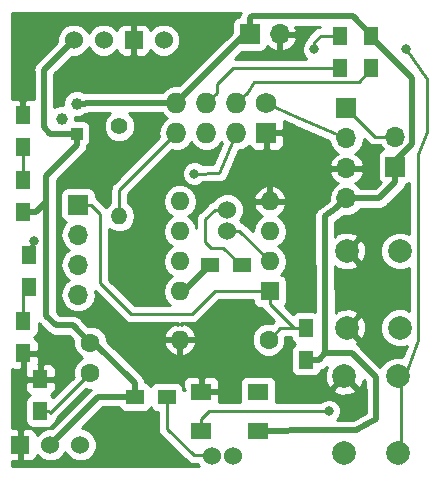
<source format=gbr>
G04 #@! TF.GenerationSoftware,KiCad,Pcbnew,5.0.0-fee4fd1~66~ubuntu16.04.1*
G04 #@! TF.CreationDate,2018-08-17T12:37:55+02:00*
G04 #@! TF.ProjectId,Garden_Guardian,47617264656E5F477561726469616E2E,rev?*
G04 #@! TF.SameCoordinates,Original*
G04 #@! TF.FileFunction,Copper,L1,Top,Signal*
G04 #@! TF.FilePolarity,Positive*
%FSLAX46Y46*%
G04 Gerber Fmt 4.6, Leading zero omitted, Abs format (unit mm)*
G04 Created by KiCad (PCBNEW 5.0.0-fee4fd1~66~ubuntu16.04.1) date Fri Aug 17 12:37:55 2018*
%MOMM*%
%LPD*%
G01*
G04 APERTURE LIST*
G04 #@! TA.AperFunction,ComponentPad*
%ADD10C,1.524000*%
G04 #@! TD*
G04 #@! TA.AperFunction,ComponentPad*
%ADD11R,1.524000X1.524000*%
G04 #@! TD*
G04 #@! TA.AperFunction,ComponentPad*
%ADD12O,1.600000X1.600000*%
G04 #@! TD*
G04 #@! TA.AperFunction,ComponentPad*
%ADD13C,1.600000*%
G04 #@! TD*
G04 #@! TA.AperFunction,ComponentPad*
%ADD14O,1.700000X1.700000*%
G04 #@! TD*
G04 #@! TA.AperFunction,ComponentPad*
%ADD15R,1.700000X1.700000*%
G04 #@! TD*
G04 #@! TA.AperFunction,ComponentPad*
%ADD16R,1.000000X1.000000*%
G04 #@! TD*
G04 #@! TA.AperFunction,ComponentPad*
%ADD17C,1.000000*%
G04 #@! TD*
G04 #@! TA.AperFunction,ComponentPad*
%ADD18C,2.000000*%
G04 #@! TD*
G04 #@! TA.AperFunction,ComponentPad*
%ADD19C,1.727200*%
G04 #@! TD*
G04 #@! TA.AperFunction,ComponentPad*
%ADD20R,1.727200X1.727200*%
G04 #@! TD*
G04 #@! TA.AperFunction,ComponentPad*
%ADD21O,1.727200X1.727200*%
G04 #@! TD*
G04 #@! TA.AperFunction,ComponentPad*
%ADD22R,1.600000X1.600000*%
G04 #@! TD*
G04 #@! TA.AperFunction,SMDPad,CuDef*
%ADD23R,1.800000X1.400000*%
G04 #@! TD*
G04 #@! TA.AperFunction,ComponentPad*
%ADD24C,1.400000*%
G04 #@! TD*
G04 #@! TA.AperFunction,ComponentPad*
%ADD25O,1.400000X1.400000*%
G04 #@! TD*
G04 #@! TA.AperFunction,SMDPad,CuDef*
%ADD26R,1.300000X1.500000*%
G04 #@! TD*
G04 #@! TA.AperFunction,SMDPad,CuDef*
%ADD27R,1.500000X1.300000*%
G04 #@! TD*
G04 #@! TA.AperFunction,ViaPad*
%ADD28C,0.800000*%
G04 #@! TD*
G04 #@! TA.AperFunction,Conductor*
%ADD29C,0.250000*%
G04 #@! TD*
G04 #@! TA.AperFunction,Conductor*
%ADD30C,0.500000*%
G04 #@! TD*
G04 #@! TA.AperFunction,Conductor*
%ADD31C,0.254000*%
G04 #@! TD*
G04 APERTURE END LIST*
D10*
G04 #@! TO.P,U103,1*
G04 #@! TO.N,/PWR_ON*
X150320000Y-75696000D03*
G04 #@! TO.P,U103,2*
G04 #@! TO.N,/SDA*
X152860000Y-75696000D03*
D11*
G04 #@! TO.P,U103,3*
G04 #@! TO.N,GND*
X155400000Y-75696000D03*
D10*
G04 #@! TO.P,U103,4*
G04 #@! TO.N,/SCL*
X157940000Y-75696000D03*
G04 #@! TD*
G04 #@! TO.P,U104,1*
G04 #@! TO.N,/RADIO*
X150882000Y-109975000D03*
G04 #@! TO.P,U104,2*
G04 #@! TO.N,/PWR_ON*
X148342000Y-109975000D03*
D11*
G04 #@! TO.P,U104,3*
G04 #@! TO.N,GND*
X145802000Y-109975000D03*
G04 #@! TD*
D12*
G04 #@! TO.P,C101,2*
G04 #@! TO.N,GND*
X159310000Y-101070000D03*
D13*
G04 #@! TO.P,C101,1*
G04 #@! TO.N,/RST*
X166810000Y-101070000D03*
G04 #@! TD*
D14*
G04 #@! TO.P,J101,2*
G04 #@! TO.N,GND*
X167750000Y-75210000D03*
D15*
G04 #@! TO.P,J101,1*
G04 #@! TO.N,VCC*
X165210000Y-75210000D03*
G04 #@! TD*
G04 #@! TO.P,J102,1*
G04 #@! TO.N,/ACTIVADOR*
X173410000Y-81480000D03*
D14*
G04 #@! TO.P,J102,2*
G04 #@! TO.N,/STATUS_LED*
X173410000Y-84020000D03*
G04 #@! TO.P,J102,3*
G04 #@! TO.N,GND*
X173410000Y-86560000D03*
G04 #@! TO.P,J102,4*
G04 #@! TO.N,VCC*
X173410000Y-89100000D03*
G04 #@! TD*
G04 #@! TO.P,J103,4*
G04 #@! TO.N,/SCL*
X150680000Y-97250000D03*
G04 #@! TO.P,J103,3*
G04 #@! TO.N,/RADIO*
X150680000Y-94710000D03*
G04 #@! TO.P,J103,2*
G04 #@! TO.N,/SDA*
X150680000Y-92170000D03*
D15*
G04 #@! TO.P,J103,1*
G04 #@! TO.N,/RST*
X150680000Y-89630000D03*
G04 #@! TD*
D14*
G04 #@! TO.P,JP101,2*
G04 #@! TO.N,/ACTIVADOR*
X177540000Y-83860000D03*
D15*
G04 #@! TO.P,JP101,1*
G04 #@! TO.N,VCC*
X177540000Y-86400000D03*
G04 #@! TD*
D16*
G04 #@! TO.P,Q101,1*
G04 #@! TO.N,/PWR_ON*
X150580000Y-83610000D03*
D17*
G04 #@! TO.P,Q101,3*
G04 #@! TO.N,VCC*
X150580000Y-81070000D03*
G04 #@! TO.P,Q101,2*
G04 #@! TO.N,Net-(Q101-Pad2)*
X149310000Y-82340000D03*
G04 #@! TD*
D18*
G04 #@! TO.P,SW101,1*
G04 #@! TO.N,GND*
X173230000Y-104160000D03*
G04 #@! TO.P,SW101,2*
G04 #@! TO.N,Net-(R101-Pad2)*
X177730000Y-104160000D03*
G04 #@! TO.P,SW101,1*
G04 #@! TO.N,GND*
X173230000Y-110660000D03*
G04 #@! TO.P,SW101,2*
G04 #@! TO.N,Net-(R101-Pad2)*
X177730000Y-110660000D03*
G04 #@! TD*
G04 #@! TO.P,SW102,2*
G04 #@! TO.N,/SCL*
X177920000Y-100050000D03*
G04 #@! TO.P,SW102,1*
G04 #@! TO.N,GND*
X173420000Y-100050000D03*
G04 #@! TO.P,SW102,2*
G04 #@! TO.N,/SCL*
X177920000Y-93550000D03*
G04 #@! TO.P,SW102,1*
G04 #@! TO.N,GND*
X173420000Y-93550000D03*
G04 #@! TD*
D19*
G04 #@! TO.P,U101,5*
G04 #@! TO.N,/STATUS_LED*
X166630000Y-81010000D03*
D20*
G04 #@! TO.P,U101,1*
G04 #@! TO.N,GND*
X166630000Y-83550000D03*
D21*
G04 #@! TO.P,U101,6*
G04 #@! TO.N,Net-(R104-Pad1)*
X164090000Y-81010000D03*
G04 #@! TO.P,U101,2*
G04 #@! TO.N,/SDA*
X164090000Y-83550000D03*
G04 #@! TO.P,U101,7*
G04 #@! TO.N,Net-(R101-Pad1)*
X161550000Y-81010000D03*
G04 #@! TO.P,U101,3*
G04 #@! TO.N,/SCL*
X161550000Y-83550000D03*
G04 #@! TO.P,U101,8*
G04 #@! TO.N,VCC*
X159010000Y-81010000D03*
G04 #@! TO.P,U101,4*
G04 #@! TO.N,/ACTIVADOR*
X159010000Y-83550000D03*
G04 #@! TD*
D12*
G04 #@! TO.P,U102,8*
G04 #@! TO.N,/PWR_ON*
X159300000Y-96970000D03*
G04 #@! TO.P,U102,4*
G04 #@! TO.N,GND*
X166920000Y-89350000D03*
G04 #@! TO.P,U102,7*
G04 #@! TO.N,/SCL*
X159300000Y-94430000D03*
G04 #@! TO.P,U102,3*
G04 #@! TO.N,/LDR*
X166920000Y-91890000D03*
G04 #@! TO.P,U102,6*
G04 #@! TO.N,/RADIO*
X159300000Y-91890000D03*
G04 #@! TO.P,U102,2*
G04 #@! TO.N,/HUMEDAD*
X166920000Y-94430000D03*
G04 #@! TO.P,U102,5*
G04 #@! TO.N,/SDA*
X159300000Y-89350000D03*
D22*
G04 #@! TO.P,U102,1*
G04 #@! TO.N,/RST*
X166920000Y-96970000D03*
G04 #@! TD*
D23*
G04 #@! TO.P,U105,1*
G04 #@! TO.N,VCC*
X165920000Y-108760000D03*
G04 #@! TO.P,U105,2*
G04 #@! TO.N,N/C*
X165920000Y-105460000D03*
G04 #@! TO.P,U105,3*
G04 #@! TO.N,GND*
X161120000Y-105460000D03*
G04 #@! TO.P,U105,4*
G04 #@! TO.N,/STATUS_LED*
X161120000Y-108760000D03*
G04 #@! TD*
D24*
G04 #@! TO.P,R109,1*
G04 #@! TO.N,Net-(Q101-Pad2)*
X154180000Y-83000000D03*
D25*
G04 #@! TO.P,R109,2*
G04 #@! TO.N,/ACTIVADOR*
X154180000Y-90620000D03*
G04 #@! TD*
D26*
G04 #@! TO.P,D101,2*
G04 #@! TO.N,Net-(D101-Pad2)*
X146050000Y-99510000D03*
G04 #@! TO.P,D101,1*
G04 #@! TO.N,GND*
X146050000Y-102210000D03*
G04 #@! TD*
G04 #@! TO.P,D102,1*
G04 #@! TO.N,Net-(D102-Pad1)*
X146010000Y-87520000D03*
G04 #@! TO.P,D102,2*
G04 #@! TO.N,/PWR_ON*
X146010000Y-90220000D03*
G04 #@! TD*
G04 #@! TO.P,R101,2*
G04 #@! TO.N,Net-(R101-Pad2)*
X172880000Y-75330000D03*
G04 #@! TO.P,R101,1*
G04 #@! TO.N,Net-(R101-Pad1)*
X172880000Y-78030000D03*
G04 #@! TD*
D13*
G04 #@! TO.P,R102,2*
G04 #@! TO.N,/LDR*
X151730000Y-103850000D03*
G04 #@! TO.P,R102,1*
G04 #@! TO.N,/PWR_ON*
X151730000Y-101310000D03*
G04 #@! TD*
D26*
G04 #@! TO.P,R103,2*
G04 #@! TO.N,/LDR*
X147490000Y-107110000D03*
G04 #@! TO.P,R103,1*
G04 #@! TO.N,GND*
X147490000Y-104410000D03*
G04 #@! TD*
G04 #@! TO.P,R104,1*
G04 #@! TO.N,Net-(R104-Pad1)*
X175510000Y-78070000D03*
G04 #@! TO.P,R104,2*
G04 #@! TO.N,VCC*
X175510000Y-75370000D03*
G04 #@! TD*
G04 #@! TO.P,R105,1*
G04 #@! TO.N,Net-(D101-Pad2)*
X146570000Y-96620000D03*
G04 #@! TO.P,R105,2*
G04 #@! TO.N,/ACTIVADOR*
X146570000Y-93920000D03*
G04 #@! TD*
G04 #@! TO.P,R106,2*
G04 #@! TO.N,GND*
X145990000Y-82050000D03*
G04 #@! TO.P,R106,1*
G04 #@! TO.N,Net-(D102-Pad1)*
X145990000Y-84750000D03*
G04 #@! TD*
G04 #@! TO.P,R107,2*
G04 #@! TO.N,/RST*
X169970000Y-100070000D03*
G04 #@! TO.P,R107,1*
G04 #@! TO.N,VCC*
X169970000Y-102770000D03*
G04 #@! TD*
D27*
G04 #@! TO.P,R108,1*
G04 #@! TO.N,Net-(R108-Pad1)*
X158190000Y-105910000D03*
G04 #@! TO.P,R108,2*
G04 #@! TO.N,/PWR_ON*
X155490000Y-105910000D03*
G04 #@! TD*
D10*
G04 #@! TO.P,U106,1*
G04 #@! TO.N,/HUMEDAD*
X163799000Y-110908000D03*
G04 #@! TO.P,U106,2*
G04 #@! TO.N,Net-(R108-Pad1)*
X162021000Y-110908000D03*
G04 #@! TD*
D27*
G04 #@! TO.P,R110,2*
G04 #@! TO.N,/PWR_ON*
X161870000Y-94770000D03*
G04 #@! TO.P,R110,1*
G04 #@! TO.N,Net-(R110-Pad1)*
X164570000Y-94770000D03*
G04 #@! TD*
D10*
G04 #@! TO.P,U107,1*
G04 #@! TO.N,/HUMEDAD*
X163322000Y-91819000D03*
G04 #@! TO.P,U107,2*
G04 #@! TO.N,Net-(R110-Pad1)*
X163322000Y-90041000D03*
G04 #@! TD*
D28*
G04 #@! TO.N,/ACTIVADOR*
X146940000Y-92710000D03*
G04 #@! TO.N,/STATUS_LED*
X171930000Y-107090000D03*
G04 #@! TO.N,/SDA*
X160530000Y-87000000D03*
G04 #@! TO.N,Net-(R101-Pad2)*
X170670000Y-76460000D03*
X178460000Y-76480000D03*
G04 #@! TD*
D29*
G04 #@! TO.N,/RST*
X167810000Y-100070000D02*
X169970000Y-100070000D01*
X166810000Y-101070000D02*
X167810000Y-100070000D01*
X168970000Y-100070000D02*
X169070000Y-100070000D01*
X169070000Y-100070000D02*
X169970000Y-100070000D01*
X166920000Y-98020000D02*
X168970000Y-100070000D01*
X166920000Y-96970000D02*
X166920000Y-98020000D01*
X166920000Y-96970000D02*
X162260000Y-96970000D01*
X162260000Y-96970000D02*
X160320000Y-98910000D01*
X160320000Y-98910000D02*
X155190000Y-98910000D01*
X155190000Y-98910000D02*
X152570000Y-96290000D01*
X151780000Y-89630000D02*
X150680000Y-89630000D01*
X152570000Y-90420000D02*
X151780000Y-89630000D01*
X152570000Y-96290000D02*
X152570000Y-90420000D01*
G04 #@! TO.N,Net-(D101-Pad2)*
X146050000Y-96540000D02*
X146030000Y-96520000D01*
X146050000Y-99510000D02*
X146050000Y-96540000D01*
D30*
G04 #@! TO.N,/PWR_ON*
X150580000Y-84610000D02*
X148010000Y-87180000D01*
X150580000Y-83610000D02*
X150580000Y-84610000D01*
X148010000Y-99080000D02*
X148780000Y-99850000D01*
X148010000Y-89370000D02*
X148010000Y-89260000D01*
X147160000Y-90220000D02*
X148010000Y-89370000D01*
X148010000Y-87180000D02*
X148010000Y-89260000D01*
X146010000Y-90220000D02*
X147160000Y-90220000D01*
X148010000Y-89260000D02*
X148010000Y-99080000D01*
X150580000Y-83610000D02*
X148320000Y-83610000D01*
X148320000Y-83610000D02*
X147800000Y-83090000D01*
X147800000Y-78216000D02*
X150320000Y-75696000D01*
X147800000Y-83090000D02*
X147800000Y-78216000D01*
D29*
X159080000Y-97250000D02*
X159140000Y-97310000D01*
D30*
X150270000Y-99850000D02*
X151730000Y-101310000D01*
X148780000Y-99850000D02*
X150270000Y-99850000D01*
X152040000Y-101310000D02*
X151730000Y-101310000D01*
X155490000Y-104760000D02*
X152040000Y-101310000D01*
X155490000Y-105910000D02*
X155490000Y-104760000D01*
X152407000Y-105910000D02*
X155490000Y-105910000D01*
X148342000Y-109975000D02*
X152407000Y-105910000D01*
X159670000Y-96970000D02*
X161870000Y-94770000D01*
X159300000Y-96970000D02*
X159670000Y-96970000D01*
G04 #@! TO.N,VCC*
X176190000Y-89100000D02*
X177540000Y-87750000D01*
X173410000Y-89100000D02*
X176190000Y-89100000D01*
X164810000Y-75210000D02*
X165210000Y-75210000D01*
X159010000Y-81010000D02*
X164810000Y-75210000D01*
X155634000Y-81010000D02*
X159010000Y-81010000D01*
X151287106Y-81070000D02*
X151347106Y-81010000D01*
X151347106Y-81010000D02*
X155634000Y-81010000D01*
X150580000Y-81070000D02*
X151287106Y-81070000D01*
X175470000Y-75330000D02*
X175510000Y-75370000D01*
X165210000Y-75210000D02*
X165210000Y-74990000D01*
X177540000Y-86400000D02*
X177540000Y-87750000D01*
X172560001Y-89949999D02*
X173410000Y-89100000D01*
X169970000Y-102770000D02*
X171120000Y-102770000D01*
X171120000Y-102770000D02*
X171620000Y-102230000D01*
X171620000Y-102230000D02*
X171580000Y-90620000D01*
X171580000Y-90620000D02*
X172560001Y-89949999D01*
X175510000Y-75270000D02*
X173920000Y-73680000D01*
X175510000Y-75370000D02*
X175510000Y-75270000D01*
X165210000Y-73860000D02*
X165210000Y-75210000D01*
X165390000Y-73680000D02*
X165210000Y-73860000D01*
X173920000Y-73680000D02*
X165390000Y-73680000D01*
X177540000Y-86400000D02*
X177540000Y-85955373D01*
X177540000Y-85955373D02*
X178965403Y-84529970D01*
X175510000Y-75470000D02*
X175510000Y-75370000D01*
X178965403Y-78925403D02*
X175510000Y-75470000D01*
X178965403Y-84529970D02*
X178965403Y-78925403D01*
X173890000Y-102230000D02*
X171620000Y-102230000D01*
X175880000Y-104220000D02*
X173890000Y-102230000D01*
X175880000Y-105085998D02*
X175880000Y-104220000D01*
X175910000Y-105115998D02*
X175880000Y-105085998D01*
X165920000Y-108760000D02*
X166120000Y-108760000D01*
X166120000Y-108760000D02*
X170880000Y-108750000D01*
X170880000Y-108750000D02*
X174190000Y-108750000D01*
X175930000Y-107780000D02*
X175910000Y-105115998D01*
X174190000Y-108750000D02*
X175930000Y-107780000D01*
D29*
G04 #@! TO.N,/ACTIVADOR*
X175790000Y-83860000D02*
X173410000Y-81480000D01*
X177540000Y-83860000D02*
X175790000Y-83860000D01*
X154180000Y-88380000D02*
X159010000Y-83550000D01*
X154180000Y-90620000D02*
X154180000Y-88380000D01*
X146620000Y-93230000D02*
X146180000Y-93450000D01*
X146180000Y-93450000D02*
X146030000Y-93820000D01*
X146940000Y-92710000D02*
X146620000Y-93230000D01*
G04 #@! TO.N,/STATUS_LED*
X169240000Y-82240000D02*
X173410000Y-84020000D01*
X166630000Y-81010000D02*
X169240000Y-82240000D01*
X161120000Y-107810000D02*
X161120000Y-108760000D01*
X170660000Y-107130000D02*
X161800000Y-107130000D01*
X161800000Y-107130000D02*
X161120000Y-107810000D01*
X171930000Y-107090000D02*
X170660000Y-107130000D01*
G04 #@! TO.N,/RADIO*
X150740000Y-94770000D02*
X150680000Y-94710000D01*
X159080000Y-92170000D02*
X159140000Y-92230000D01*
G04 #@! TO.N,/SDA*
X162630000Y-86970000D02*
X164090000Y-83550000D01*
X160530000Y-87000000D02*
X162630000Y-86970000D01*
G04 #@! TO.N,Net-(R101-Pad1)*
X162413599Y-80146401D02*
X162413599Y-79416401D01*
X161550000Y-81010000D02*
X162413599Y-80146401D01*
X163800000Y-78030000D02*
X172880000Y-78030000D01*
X162413599Y-79416401D02*
X163800000Y-78030000D01*
G04 #@! TO.N,/LDR*
X148330000Y-107250000D02*
X151730000Y-103850000D01*
X148190000Y-107110000D02*
X148330000Y-107250000D01*
X147490000Y-107110000D02*
X148190000Y-107110000D01*
G04 #@! TO.N,Net-(R104-Pad1)*
X175510000Y-78170000D02*
X175510000Y-78070000D01*
X164090000Y-81010000D02*
X164953599Y-80146401D01*
X164953599Y-80146401D02*
X165570000Y-79230000D01*
X165570000Y-79230000D02*
X174443599Y-79236401D01*
X174443599Y-79236401D02*
X175510000Y-78170000D01*
G04 #@! TO.N,Net-(R108-Pad1)*
X160530000Y-110840000D02*
X162120000Y-110860000D01*
X158190000Y-108587000D02*
X160530000Y-110840000D01*
X158190000Y-105910000D02*
X158190000Y-108587000D01*
G04 #@! TO.N,/HUMEDAD*
X164309000Y-91819000D02*
X163322000Y-91819000D01*
X166920000Y-94430000D02*
X164309000Y-91819000D01*
G04 #@! TO.N,Net-(D102-Pad1)*
X146010000Y-84770000D02*
X145990000Y-84750000D01*
X146010000Y-87520000D02*
X146010000Y-84770000D01*
G04 #@! TO.N,Net-(R101-Pad2)*
X178040000Y-111540000D02*
X178040000Y-105040000D01*
X171980000Y-75330000D02*
X172880000Y-75330000D01*
X171234315Y-75330000D02*
X171980000Y-75330000D01*
X170670000Y-75894315D02*
X171234315Y-75330000D01*
X170670000Y-76460000D02*
X170670000Y-75894315D01*
X179490000Y-101130000D02*
X178040000Y-105040000D01*
X178460000Y-76480000D02*
X180200000Y-78970000D01*
X180200000Y-78970000D02*
X180200000Y-83490000D01*
X180200000Y-83490000D02*
X179490000Y-85320000D01*
X179490000Y-85320000D02*
X179490000Y-101130000D01*
G04 #@! TO.N,Net-(R110-Pad1)*
X162244370Y-90041000D02*
X161460000Y-90825370D01*
X163322000Y-90041000D02*
X162244370Y-90041000D01*
X161460000Y-90825370D02*
X161460000Y-92780000D01*
X161460000Y-92780000D02*
X161950000Y-93270000D01*
X162970000Y-93270000D02*
X164470000Y-94770000D01*
X164470000Y-94770000D02*
X164570000Y-94770000D01*
X161950000Y-93270000D02*
X162970000Y-93270000D01*
G04 #@! TD*
D31*
G04 #@! TO.N,GND*
G36*
X147371952Y-99718049D02*
X147445845Y-99767423D01*
X148092577Y-100414156D01*
X148141951Y-100488049D01*
X148215844Y-100537423D01*
X148215845Y-100537424D01*
X148287838Y-100585528D01*
X148434690Y-100683652D01*
X148692835Y-100735000D01*
X148692839Y-100735000D01*
X148779999Y-100752337D01*
X148867159Y-100735000D01*
X149903422Y-100735000D01*
X150295000Y-101126578D01*
X150295000Y-101595439D01*
X150513466Y-102122862D01*
X150917138Y-102526534D01*
X151046216Y-102580000D01*
X150917138Y-102633466D01*
X150513466Y-103037138D01*
X150295000Y-103564561D01*
X150295000Y-104135439D01*
X150316896Y-104188302D01*
X148599891Y-105905307D01*
X148597809Y-105902191D01*
X148387765Y-105761843D01*
X148359791Y-105756279D01*
X148499699Y-105698327D01*
X148678327Y-105519698D01*
X148775000Y-105286309D01*
X148775000Y-104695750D01*
X148616250Y-104537000D01*
X147617000Y-104537000D01*
X147617000Y-104557000D01*
X147363000Y-104557000D01*
X147363000Y-104537000D01*
X146363750Y-104537000D01*
X146205000Y-104695750D01*
X146205000Y-105286309D01*
X146301673Y-105519698D01*
X146480301Y-105698327D01*
X146620209Y-105756279D01*
X146592235Y-105761843D01*
X146382191Y-105902191D01*
X146241843Y-106112235D01*
X146192560Y-106360000D01*
X146192560Y-107860000D01*
X146241843Y-108107765D01*
X146382191Y-108317809D01*
X146592235Y-108458157D01*
X146840000Y-108507440D01*
X148140000Y-108507440D01*
X148387765Y-108458157D01*
X148597809Y-108317809D01*
X148738157Y-108107765D01*
X148787440Y-107860000D01*
X148787440Y-107858392D01*
X148877929Y-107797929D01*
X148920330Y-107734471D01*
X151391698Y-105263104D01*
X151444561Y-105285000D01*
X151760232Y-105285000D01*
X151719577Y-105345844D01*
X148487422Y-108578000D01*
X148064119Y-108578000D01*
X147550663Y-108790680D01*
X147199000Y-109142343D01*
X147199000Y-109086690D01*
X147102327Y-108853301D01*
X146923698Y-108674673D01*
X146690309Y-108578000D01*
X146087750Y-108578000D01*
X145929000Y-108736750D01*
X145929000Y-109848000D01*
X145949000Y-109848000D01*
X145949000Y-110102000D01*
X145929000Y-110102000D01*
X145929000Y-111213250D01*
X146087750Y-111372000D01*
X146690309Y-111372000D01*
X146923698Y-111275327D01*
X147102327Y-111096699D01*
X147199000Y-110863310D01*
X147199000Y-110807657D01*
X147550663Y-111159320D01*
X148064119Y-111372000D01*
X148619881Y-111372000D01*
X149133337Y-111159320D01*
X149526320Y-110766337D01*
X149612000Y-110559487D01*
X149697680Y-110766337D01*
X150090663Y-111159320D01*
X150604119Y-111372000D01*
X151159881Y-111372000D01*
X151673337Y-111159320D01*
X152066320Y-110766337D01*
X152279000Y-110252881D01*
X152279000Y-109697119D01*
X152066320Y-109183663D01*
X151673337Y-108790680D01*
X151159881Y-108578000D01*
X150990578Y-108578000D01*
X152773579Y-106795000D01*
X154139304Y-106795000D01*
X154141843Y-106807765D01*
X154282191Y-107017809D01*
X154492235Y-107158157D01*
X154740000Y-107207440D01*
X156240000Y-107207440D01*
X156487765Y-107158157D01*
X156697809Y-107017809D01*
X156838157Y-106807765D01*
X156840000Y-106798500D01*
X156841843Y-106807765D01*
X156982191Y-107017809D01*
X157192235Y-107158157D01*
X157430000Y-107205451D01*
X157430001Y-108519408D01*
X157415251Y-108601675D01*
X157446010Y-108742334D01*
X157474097Y-108883537D01*
X157478245Y-108889746D01*
X157479841Y-108897042D01*
X157562092Y-109015230D01*
X157642072Y-109134929D01*
X157711565Y-109181363D01*
X159940226Y-111327164D01*
X159975223Y-111380994D01*
X160048095Y-111431022D01*
X160056794Y-111439398D01*
X160109735Y-111473340D01*
X160224483Y-111552117D01*
X160236624Y-111554691D01*
X160247074Y-111561391D01*
X160384079Y-111585955D01*
X160445595Y-111598998D01*
X160457672Y-111599150D01*
X160544675Y-111614749D01*
X160607396Y-111601033D01*
X160796949Y-111603418D01*
X160836680Y-111699337D01*
X160897855Y-111760512D01*
X145114482Y-111764814D01*
X145114185Y-111372000D01*
X145516250Y-111372000D01*
X145675000Y-111213250D01*
X145675000Y-110102000D01*
X145655000Y-110102000D01*
X145655000Y-109848000D01*
X145675000Y-109848000D01*
X145675000Y-108736750D01*
X145516250Y-108578000D01*
X145112075Y-108578000D01*
X145108260Y-103526476D01*
X145273690Y-103595000D01*
X145764250Y-103595000D01*
X145923000Y-103436250D01*
X145923000Y-102337000D01*
X146177000Y-102337000D01*
X146177000Y-103436250D01*
X146225339Y-103484589D01*
X146205000Y-103533691D01*
X146205000Y-104124250D01*
X146363750Y-104283000D01*
X147363000Y-104283000D01*
X147363000Y-103183750D01*
X147617000Y-103183750D01*
X147617000Y-104283000D01*
X148616250Y-104283000D01*
X148775000Y-104124250D01*
X148775000Y-103533691D01*
X148678327Y-103300302D01*
X148499699Y-103121673D01*
X148266310Y-103025000D01*
X147775750Y-103025000D01*
X147617000Y-103183750D01*
X147363000Y-103183750D01*
X147314661Y-103135411D01*
X147335000Y-103086309D01*
X147335000Y-102495750D01*
X147176250Y-102337000D01*
X146177000Y-102337000D01*
X145923000Y-102337000D01*
X145903000Y-102337000D01*
X145903000Y-102083000D01*
X145923000Y-102083000D01*
X145923000Y-102063000D01*
X146177000Y-102063000D01*
X146177000Y-102083000D01*
X147176250Y-102083000D01*
X147335000Y-101924250D01*
X147335000Y-101333691D01*
X147238327Y-101100302D01*
X147059699Y-100921673D01*
X146919791Y-100863721D01*
X146947765Y-100858157D01*
X147157809Y-100717809D01*
X147298157Y-100507765D01*
X147347440Y-100260000D01*
X147347440Y-99681364D01*
X147371952Y-99718049D01*
X147371952Y-99718049D01*
G37*
X147371952Y-99718049D02*
X147445845Y-99767423D01*
X148092577Y-100414156D01*
X148141951Y-100488049D01*
X148215844Y-100537423D01*
X148215845Y-100537424D01*
X148287838Y-100585528D01*
X148434690Y-100683652D01*
X148692835Y-100735000D01*
X148692839Y-100735000D01*
X148779999Y-100752337D01*
X148867159Y-100735000D01*
X149903422Y-100735000D01*
X150295000Y-101126578D01*
X150295000Y-101595439D01*
X150513466Y-102122862D01*
X150917138Y-102526534D01*
X151046216Y-102580000D01*
X150917138Y-102633466D01*
X150513466Y-103037138D01*
X150295000Y-103564561D01*
X150295000Y-104135439D01*
X150316896Y-104188302D01*
X148599891Y-105905307D01*
X148597809Y-105902191D01*
X148387765Y-105761843D01*
X148359791Y-105756279D01*
X148499699Y-105698327D01*
X148678327Y-105519698D01*
X148775000Y-105286309D01*
X148775000Y-104695750D01*
X148616250Y-104537000D01*
X147617000Y-104537000D01*
X147617000Y-104557000D01*
X147363000Y-104557000D01*
X147363000Y-104537000D01*
X146363750Y-104537000D01*
X146205000Y-104695750D01*
X146205000Y-105286309D01*
X146301673Y-105519698D01*
X146480301Y-105698327D01*
X146620209Y-105756279D01*
X146592235Y-105761843D01*
X146382191Y-105902191D01*
X146241843Y-106112235D01*
X146192560Y-106360000D01*
X146192560Y-107860000D01*
X146241843Y-108107765D01*
X146382191Y-108317809D01*
X146592235Y-108458157D01*
X146840000Y-108507440D01*
X148140000Y-108507440D01*
X148387765Y-108458157D01*
X148597809Y-108317809D01*
X148738157Y-108107765D01*
X148787440Y-107860000D01*
X148787440Y-107858392D01*
X148877929Y-107797929D01*
X148920330Y-107734471D01*
X151391698Y-105263104D01*
X151444561Y-105285000D01*
X151760232Y-105285000D01*
X151719577Y-105345844D01*
X148487422Y-108578000D01*
X148064119Y-108578000D01*
X147550663Y-108790680D01*
X147199000Y-109142343D01*
X147199000Y-109086690D01*
X147102327Y-108853301D01*
X146923698Y-108674673D01*
X146690309Y-108578000D01*
X146087750Y-108578000D01*
X145929000Y-108736750D01*
X145929000Y-109848000D01*
X145949000Y-109848000D01*
X145949000Y-110102000D01*
X145929000Y-110102000D01*
X145929000Y-111213250D01*
X146087750Y-111372000D01*
X146690309Y-111372000D01*
X146923698Y-111275327D01*
X147102327Y-111096699D01*
X147199000Y-110863310D01*
X147199000Y-110807657D01*
X147550663Y-111159320D01*
X148064119Y-111372000D01*
X148619881Y-111372000D01*
X149133337Y-111159320D01*
X149526320Y-110766337D01*
X149612000Y-110559487D01*
X149697680Y-110766337D01*
X150090663Y-111159320D01*
X150604119Y-111372000D01*
X151159881Y-111372000D01*
X151673337Y-111159320D01*
X152066320Y-110766337D01*
X152279000Y-110252881D01*
X152279000Y-109697119D01*
X152066320Y-109183663D01*
X151673337Y-108790680D01*
X151159881Y-108578000D01*
X150990578Y-108578000D01*
X152773579Y-106795000D01*
X154139304Y-106795000D01*
X154141843Y-106807765D01*
X154282191Y-107017809D01*
X154492235Y-107158157D01*
X154740000Y-107207440D01*
X156240000Y-107207440D01*
X156487765Y-107158157D01*
X156697809Y-107017809D01*
X156838157Y-106807765D01*
X156840000Y-106798500D01*
X156841843Y-106807765D01*
X156982191Y-107017809D01*
X157192235Y-107158157D01*
X157430000Y-107205451D01*
X157430001Y-108519408D01*
X157415251Y-108601675D01*
X157446010Y-108742334D01*
X157474097Y-108883537D01*
X157478245Y-108889746D01*
X157479841Y-108897042D01*
X157562092Y-109015230D01*
X157642072Y-109134929D01*
X157711565Y-109181363D01*
X159940226Y-111327164D01*
X159975223Y-111380994D01*
X160048095Y-111431022D01*
X160056794Y-111439398D01*
X160109735Y-111473340D01*
X160224483Y-111552117D01*
X160236624Y-111554691D01*
X160247074Y-111561391D01*
X160384079Y-111585955D01*
X160445595Y-111598998D01*
X160457672Y-111599150D01*
X160544675Y-111614749D01*
X160607396Y-111601033D01*
X160796949Y-111603418D01*
X160836680Y-111699337D01*
X160897855Y-111760512D01*
X145114482Y-111764814D01*
X145114185Y-111372000D01*
X145516250Y-111372000D01*
X145675000Y-111213250D01*
X145675000Y-110102000D01*
X145655000Y-110102000D01*
X145655000Y-109848000D01*
X145675000Y-109848000D01*
X145675000Y-108736750D01*
X145516250Y-108578000D01*
X145112075Y-108578000D01*
X145108260Y-103526476D01*
X145273690Y-103595000D01*
X145764250Y-103595000D01*
X145923000Y-103436250D01*
X145923000Y-102337000D01*
X146177000Y-102337000D01*
X146177000Y-103436250D01*
X146225339Y-103484589D01*
X146205000Y-103533691D01*
X146205000Y-104124250D01*
X146363750Y-104283000D01*
X147363000Y-104283000D01*
X147363000Y-103183750D01*
X147617000Y-103183750D01*
X147617000Y-104283000D01*
X148616250Y-104283000D01*
X148775000Y-104124250D01*
X148775000Y-103533691D01*
X148678327Y-103300302D01*
X148499699Y-103121673D01*
X148266310Y-103025000D01*
X147775750Y-103025000D01*
X147617000Y-103183750D01*
X147363000Y-103183750D01*
X147314661Y-103135411D01*
X147335000Y-103086309D01*
X147335000Y-102495750D01*
X147176250Y-102337000D01*
X146177000Y-102337000D01*
X145923000Y-102337000D01*
X145903000Y-102337000D01*
X145903000Y-102083000D01*
X145923000Y-102083000D01*
X145923000Y-102063000D01*
X146177000Y-102063000D01*
X146177000Y-102083000D01*
X147176250Y-102083000D01*
X147335000Y-101924250D01*
X147335000Y-101333691D01*
X147238327Y-101100302D01*
X147059699Y-100921673D01*
X146919791Y-100863721D01*
X146947765Y-100858157D01*
X147157809Y-100717809D01*
X147298157Y-100507765D01*
X147347440Y-100260000D01*
X147347440Y-99681364D01*
X147371952Y-99718049D01*
G36*
X173423748Y-110645858D02*
X173409605Y-110660000D01*
X173423748Y-110674143D01*
X173244143Y-110853748D01*
X173230000Y-110839605D01*
X173215858Y-110853748D01*
X173036253Y-110674143D01*
X173050395Y-110660000D01*
X173036253Y-110645858D01*
X173215858Y-110466253D01*
X173230000Y-110480395D01*
X173244143Y-110466253D01*
X173423748Y-110645858D01*
X173423748Y-110645858D01*
G37*
X173423748Y-110645858D02*
X173409605Y-110660000D01*
X173423748Y-110674143D01*
X173244143Y-110853748D01*
X173230000Y-110839605D01*
X173215858Y-110853748D01*
X173036253Y-110674143D01*
X173050395Y-110660000D01*
X173036253Y-110645858D01*
X173215858Y-110466253D01*
X173230000Y-110480395D01*
X173244143Y-110466253D01*
X173423748Y-110645858D01*
G36*
X153048242Y-82243783D02*
X152845000Y-82734452D01*
X152845000Y-83265548D01*
X153048242Y-83756217D01*
X153423783Y-84131758D01*
X153914452Y-84335000D01*
X154445548Y-84335000D01*
X154936217Y-84131758D01*
X155311758Y-83756217D01*
X155515000Y-83265548D01*
X155515000Y-82734452D01*
X155311758Y-82243783D01*
X154962975Y-81895000D01*
X157798988Y-81895000D01*
X157929570Y-82090430D01*
X158213281Y-82280000D01*
X157929570Y-82469570D01*
X157598350Y-82965275D01*
X157482041Y-83550000D01*
X157557225Y-83927974D01*
X153695528Y-87789671D01*
X153632072Y-87832071D01*
X153589672Y-87895527D01*
X153589671Y-87895528D01*
X153466831Y-88079371D01*
X153464097Y-88083463D01*
X153441392Y-88197611D01*
X153405112Y-88380000D01*
X153420001Y-88454852D01*
X153420000Y-89522225D01*
X153217519Y-89657519D01*
X153087670Y-89851852D01*
X153054473Y-89829671D01*
X152370331Y-89145530D01*
X152327929Y-89082071D01*
X152177440Y-88981517D01*
X152177440Y-88780000D01*
X152128157Y-88532235D01*
X151987809Y-88322191D01*
X151777765Y-88181843D01*
X151530000Y-88132560D01*
X149830000Y-88132560D01*
X149582235Y-88181843D01*
X149372191Y-88322191D01*
X149231843Y-88532235D01*
X149182560Y-88780000D01*
X149182560Y-90480000D01*
X149231843Y-90727765D01*
X149372191Y-90937809D01*
X149582235Y-91078157D01*
X149627619Y-91087184D01*
X149609375Y-91099375D01*
X149281161Y-91590582D01*
X149165908Y-92170000D01*
X149281161Y-92749418D01*
X149609375Y-93240625D01*
X149907761Y-93440000D01*
X149609375Y-93639375D01*
X149281161Y-94130582D01*
X149165908Y-94710000D01*
X149281161Y-95289418D01*
X149609375Y-95780625D01*
X149907761Y-95980000D01*
X149609375Y-96179375D01*
X149281161Y-96670582D01*
X149165908Y-97250000D01*
X149281161Y-97829418D01*
X149609375Y-98320625D01*
X150100582Y-98648839D01*
X150533744Y-98735000D01*
X150826256Y-98735000D01*
X151259418Y-98648839D01*
X151750625Y-98320625D01*
X152078839Y-97829418D01*
X152194092Y-97250000D01*
X152129259Y-96924060D01*
X154599671Y-99394473D01*
X154642071Y-99457929D01*
X154893463Y-99625904D01*
X155115148Y-99670000D01*
X155115152Y-99670000D01*
X155190000Y-99684888D01*
X155264848Y-99670000D01*
X159182998Y-99670000D01*
X159182998Y-99799370D01*
X158960959Y-99678086D01*
X158454866Y-99917611D01*
X158078959Y-100332577D01*
X157918096Y-100720961D01*
X158040085Y-100943000D01*
X159183000Y-100943000D01*
X159183000Y-100923000D01*
X159437000Y-100923000D01*
X159437000Y-100943000D01*
X160579915Y-100943000D01*
X160701904Y-100720961D01*
X160541041Y-100332577D01*
X160165134Y-99917611D01*
X159659041Y-99678086D01*
X159437002Y-99799370D01*
X159437002Y-99670000D01*
X160245153Y-99670000D01*
X160320000Y-99684888D01*
X160394847Y-99670000D01*
X160394852Y-99670000D01*
X160616537Y-99625904D01*
X160867929Y-99457929D01*
X160910331Y-99394470D01*
X162574803Y-97730000D01*
X165472560Y-97730000D01*
X165472560Y-97770000D01*
X165521843Y-98017765D01*
X165662191Y-98227809D01*
X165872235Y-98368157D01*
X166120000Y-98417440D01*
X166271518Y-98417440D01*
X166278671Y-98428144D01*
X166372072Y-98567929D01*
X166435528Y-98610329D01*
X167313144Y-99487945D01*
X167262071Y-99522071D01*
X167219671Y-99585527D01*
X167148302Y-99656896D01*
X167095439Y-99635000D01*
X166524561Y-99635000D01*
X165997138Y-99853466D01*
X165593466Y-100257138D01*
X165375000Y-100784561D01*
X165375000Y-101355439D01*
X165593466Y-101882862D01*
X165997138Y-102286534D01*
X166524561Y-102505000D01*
X167095439Y-102505000D01*
X167622862Y-102286534D01*
X168026534Y-101882862D01*
X168245000Y-101355439D01*
X168245000Y-100830000D01*
X168674549Y-100830000D01*
X168721843Y-101067765D01*
X168862191Y-101277809D01*
X169072235Y-101418157D01*
X169081500Y-101420000D01*
X169072235Y-101421843D01*
X168862191Y-101562191D01*
X168721843Y-101772235D01*
X168672560Y-102020000D01*
X168672560Y-103520000D01*
X168721843Y-103767765D01*
X168862191Y-103977809D01*
X169072235Y-104118157D01*
X169320000Y-104167440D01*
X170620000Y-104167440D01*
X170867765Y-104118157D01*
X171077809Y-103977809D01*
X171218157Y-103767765D01*
X171241397Y-103650927D01*
X171309308Y-103634683D01*
X171465310Y-103603652D01*
X171479962Y-103593862D01*
X171497094Y-103589764D01*
X171625815Y-103496405D01*
X171758049Y-103408049D01*
X171774092Y-103384039D01*
X171584092Y-103895461D01*
X171608144Y-104545460D01*
X171810613Y-105034264D01*
X172077468Y-105132927D01*
X173050395Y-104160000D01*
X173036253Y-104145858D01*
X173215858Y-103966253D01*
X173230000Y-103980395D01*
X173244143Y-103966253D01*
X173423748Y-104145858D01*
X173409605Y-104160000D01*
X174382532Y-105132927D01*
X174649387Y-105034264D01*
X174864274Y-104455853D01*
X174995001Y-104586579D01*
X174995000Y-104998837D01*
X174977663Y-105085998D01*
X174995000Y-105173159D01*
X174995000Y-105173162D01*
X175026597Y-105332013D01*
X175041089Y-107262315D01*
X173959983Y-107865000D01*
X172618711Y-107865000D01*
X172807431Y-107676280D01*
X172965000Y-107295874D01*
X172965000Y-106884126D01*
X172807431Y-106503720D01*
X172516280Y-106212569D01*
X172135874Y-106055000D01*
X171724126Y-106055000D01*
X171343720Y-106212569D01*
X171203792Y-106352497D01*
X170648064Y-106370000D01*
X167425669Y-106370000D01*
X167467440Y-106160000D01*
X167467440Y-105312532D01*
X172257073Y-105312532D01*
X172355736Y-105579387D01*
X172965461Y-105805908D01*
X173615460Y-105781856D01*
X174104264Y-105579387D01*
X174202927Y-105312532D01*
X173230000Y-104339605D01*
X172257073Y-105312532D01*
X167467440Y-105312532D01*
X167467440Y-104760000D01*
X167418157Y-104512235D01*
X167277809Y-104302191D01*
X167067765Y-104161843D01*
X166820000Y-104112560D01*
X165020000Y-104112560D01*
X164772235Y-104161843D01*
X164562191Y-104302191D01*
X164421843Y-104512235D01*
X164372560Y-104760000D01*
X164372560Y-106160000D01*
X164414331Y-106370000D01*
X162620334Y-106370000D01*
X162655000Y-106286309D01*
X162655000Y-105745750D01*
X162496250Y-105587000D01*
X161247000Y-105587000D01*
X161247000Y-105607000D01*
X160993000Y-105607000D01*
X160993000Y-105587000D01*
X160973000Y-105587000D01*
X160973000Y-105333000D01*
X160993000Y-105333000D01*
X160993000Y-104283750D01*
X161247000Y-104283750D01*
X161247000Y-105333000D01*
X162496250Y-105333000D01*
X162655000Y-105174250D01*
X162655000Y-104633691D01*
X162558327Y-104400302D01*
X162379699Y-104221673D01*
X162146310Y-104125000D01*
X161405750Y-104125000D01*
X161247000Y-104283750D01*
X160993000Y-104283750D01*
X160834250Y-104125000D01*
X160093690Y-104125000D01*
X159860301Y-104221673D01*
X159681673Y-104400302D01*
X159585000Y-104633691D01*
X159585000Y-105174250D01*
X159743748Y-105332998D01*
X159587440Y-105332998D01*
X159587440Y-105260000D01*
X159538157Y-105012235D01*
X159397809Y-104802191D01*
X159187765Y-104661843D01*
X158940000Y-104612560D01*
X157440000Y-104612560D01*
X157192235Y-104661843D01*
X156982191Y-104802191D01*
X156841843Y-105012235D01*
X156840000Y-105021500D01*
X156838157Y-105012235D01*
X156697809Y-104802191D01*
X156487765Y-104661843D01*
X156368078Y-104638036D01*
X156323652Y-104414690D01*
X156273482Y-104339605D01*
X156177424Y-104195845D01*
X156177423Y-104195844D01*
X156128049Y-104121951D01*
X156054156Y-104072577D01*
X153400618Y-101419039D01*
X157918096Y-101419039D01*
X158078959Y-101807423D01*
X158454866Y-102222389D01*
X158960959Y-102461914D01*
X159183000Y-102340629D01*
X159183000Y-101197000D01*
X159437000Y-101197000D01*
X159437000Y-102340629D01*
X159659041Y-102461914D01*
X160165134Y-102222389D01*
X160541041Y-101807423D01*
X160701904Y-101419039D01*
X160579915Y-101197000D01*
X159437000Y-101197000D01*
X159183000Y-101197000D01*
X158040085Y-101197000D01*
X157918096Y-101419039D01*
X153400618Y-101419039D01*
X153165000Y-101183422D01*
X153165000Y-101024561D01*
X152946534Y-100497138D01*
X152542862Y-100093466D01*
X152015439Y-99875000D01*
X151546578Y-99875000D01*
X150957425Y-99285847D01*
X150908049Y-99211951D01*
X150615310Y-99016348D01*
X150357165Y-98965000D01*
X150357161Y-98965000D01*
X150270000Y-98947663D01*
X150182839Y-98965000D01*
X149146579Y-98965000D01*
X148895000Y-98713422D01*
X148895000Y-89457161D01*
X148912337Y-89370000D01*
X148895000Y-89282839D01*
X148895000Y-87546578D01*
X151144156Y-85297423D01*
X151218049Y-85248049D01*
X151413652Y-84955310D01*
X151465000Y-84697165D01*
X151465000Y-84697161D01*
X151482337Y-84610000D01*
X151481437Y-84605476D01*
X151537809Y-84567809D01*
X151678157Y-84357765D01*
X151727440Y-84110000D01*
X151727440Y-83110000D01*
X151678157Y-82862235D01*
X151537809Y-82652191D01*
X151327765Y-82511843D01*
X151080000Y-82462560D01*
X150445000Y-82462560D01*
X150445000Y-82205000D01*
X150805766Y-82205000D01*
X151222926Y-82032207D01*
X151283511Y-81971622D01*
X151287106Y-81972337D01*
X151374267Y-81955000D01*
X151374271Y-81955000D01*
X151632416Y-81903652D01*
X151645365Y-81895000D01*
X153397025Y-81895000D01*
X153048242Y-82243783D01*
X153048242Y-82243783D01*
G37*
X153048242Y-82243783D02*
X152845000Y-82734452D01*
X152845000Y-83265548D01*
X153048242Y-83756217D01*
X153423783Y-84131758D01*
X153914452Y-84335000D01*
X154445548Y-84335000D01*
X154936217Y-84131758D01*
X155311758Y-83756217D01*
X155515000Y-83265548D01*
X155515000Y-82734452D01*
X155311758Y-82243783D01*
X154962975Y-81895000D01*
X157798988Y-81895000D01*
X157929570Y-82090430D01*
X158213281Y-82280000D01*
X157929570Y-82469570D01*
X157598350Y-82965275D01*
X157482041Y-83550000D01*
X157557225Y-83927974D01*
X153695528Y-87789671D01*
X153632072Y-87832071D01*
X153589672Y-87895527D01*
X153589671Y-87895528D01*
X153466831Y-88079371D01*
X153464097Y-88083463D01*
X153441392Y-88197611D01*
X153405112Y-88380000D01*
X153420001Y-88454852D01*
X153420000Y-89522225D01*
X153217519Y-89657519D01*
X153087670Y-89851852D01*
X153054473Y-89829671D01*
X152370331Y-89145530D01*
X152327929Y-89082071D01*
X152177440Y-88981517D01*
X152177440Y-88780000D01*
X152128157Y-88532235D01*
X151987809Y-88322191D01*
X151777765Y-88181843D01*
X151530000Y-88132560D01*
X149830000Y-88132560D01*
X149582235Y-88181843D01*
X149372191Y-88322191D01*
X149231843Y-88532235D01*
X149182560Y-88780000D01*
X149182560Y-90480000D01*
X149231843Y-90727765D01*
X149372191Y-90937809D01*
X149582235Y-91078157D01*
X149627619Y-91087184D01*
X149609375Y-91099375D01*
X149281161Y-91590582D01*
X149165908Y-92170000D01*
X149281161Y-92749418D01*
X149609375Y-93240625D01*
X149907761Y-93440000D01*
X149609375Y-93639375D01*
X149281161Y-94130582D01*
X149165908Y-94710000D01*
X149281161Y-95289418D01*
X149609375Y-95780625D01*
X149907761Y-95980000D01*
X149609375Y-96179375D01*
X149281161Y-96670582D01*
X149165908Y-97250000D01*
X149281161Y-97829418D01*
X149609375Y-98320625D01*
X150100582Y-98648839D01*
X150533744Y-98735000D01*
X150826256Y-98735000D01*
X151259418Y-98648839D01*
X151750625Y-98320625D01*
X152078839Y-97829418D01*
X152194092Y-97250000D01*
X152129259Y-96924060D01*
X154599671Y-99394473D01*
X154642071Y-99457929D01*
X154893463Y-99625904D01*
X155115148Y-99670000D01*
X155115152Y-99670000D01*
X155190000Y-99684888D01*
X155264848Y-99670000D01*
X159182998Y-99670000D01*
X159182998Y-99799370D01*
X158960959Y-99678086D01*
X158454866Y-99917611D01*
X158078959Y-100332577D01*
X157918096Y-100720961D01*
X158040085Y-100943000D01*
X159183000Y-100943000D01*
X159183000Y-100923000D01*
X159437000Y-100923000D01*
X159437000Y-100943000D01*
X160579915Y-100943000D01*
X160701904Y-100720961D01*
X160541041Y-100332577D01*
X160165134Y-99917611D01*
X159659041Y-99678086D01*
X159437002Y-99799370D01*
X159437002Y-99670000D01*
X160245153Y-99670000D01*
X160320000Y-99684888D01*
X160394847Y-99670000D01*
X160394852Y-99670000D01*
X160616537Y-99625904D01*
X160867929Y-99457929D01*
X160910331Y-99394470D01*
X162574803Y-97730000D01*
X165472560Y-97730000D01*
X165472560Y-97770000D01*
X165521843Y-98017765D01*
X165662191Y-98227809D01*
X165872235Y-98368157D01*
X166120000Y-98417440D01*
X166271518Y-98417440D01*
X166278671Y-98428144D01*
X166372072Y-98567929D01*
X166435528Y-98610329D01*
X167313144Y-99487945D01*
X167262071Y-99522071D01*
X167219671Y-99585527D01*
X167148302Y-99656896D01*
X167095439Y-99635000D01*
X166524561Y-99635000D01*
X165997138Y-99853466D01*
X165593466Y-100257138D01*
X165375000Y-100784561D01*
X165375000Y-101355439D01*
X165593466Y-101882862D01*
X165997138Y-102286534D01*
X166524561Y-102505000D01*
X167095439Y-102505000D01*
X167622862Y-102286534D01*
X168026534Y-101882862D01*
X168245000Y-101355439D01*
X168245000Y-100830000D01*
X168674549Y-100830000D01*
X168721843Y-101067765D01*
X168862191Y-101277809D01*
X169072235Y-101418157D01*
X169081500Y-101420000D01*
X169072235Y-101421843D01*
X168862191Y-101562191D01*
X168721843Y-101772235D01*
X168672560Y-102020000D01*
X168672560Y-103520000D01*
X168721843Y-103767765D01*
X168862191Y-103977809D01*
X169072235Y-104118157D01*
X169320000Y-104167440D01*
X170620000Y-104167440D01*
X170867765Y-104118157D01*
X171077809Y-103977809D01*
X171218157Y-103767765D01*
X171241397Y-103650927D01*
X171309308Y-103634683D01*
X171465310Y-103603652D01*
X171479962Y-103593862D01*
X171497094Y-103589764D01*
X171625815Y-103496405D01*
X171758049Y-103408049D01*
X171774092Y-103384039D01*
X171584092Y-103895461D01*
X171608144Y-104545460D01*
X171810613Y-105034264D01*
X172077468Y-105132927D01*
X173050395Y-104160000D01*
X173036253Y-104145858D01*
X173215858Y-103966253D01*
X173230000Y-103980395D01*
X173244143Y-103966253D01*
X173423748Y-104145858D01*
X173409605Y-104160000D01*
X174382532Y-105132927D01*
X174649387Y-105034264D01*
X174864274Y-104455853D01*
X174995001Y-104586579D01*
X174995000Y-104998837D01*
X174977663Y-105085998D01*
X174995000Y-105173159D01*
X174995000Y-105173162D01*
X175026597Y-105332013D01*
X175041089Y-107262315D01*
X173959983Y-107865000D01*
X172618711Y-107865000D01*
X172807431Y-107676280D01*
X172965000Y-107295874D01*
X172965000Y-106884126D01*
X172807431Y-106503720D01*
X172516280Y-106212569D01*
X172135874Y-106055000D01*
X171724126Y-106055000D01*
X171343720Y-106212569D01*
X171203792Y-106352497D01*
X170648064Y-106370000D01*
X167425669Y-106370000D01*
X167467440Y-106160000D01*
X167467440Y-105312532D01*
X172257073Y-105312532D01*
X172355736Y-105579387D01*
X172965461Y-105805908D01*
X173615460Y-105781856D01*
X174104264Y-105579387D01*
X174202927Y-105312532D01*
X173230000Y-104339605D01*
X172257073Y-105312532D01*
X167467440Y-105312532D01*
X167467440Y-104760000D01*
X167418157Y-104512235D01*
X167277809Y-104302191D01*
X167067765Y-104161843D01*
X166820000Y-104112560D01*
X165020000Y-104112560D01*
X164772235Y-104161843D01*
X164562191Y-104302191D01*
X164421843Y-104512235D01*
X164372560Y-104760000D01*
X164372560Y-106160000D01*
X164414331Y-106370000D01*
X162620334Y-106370000D01*
X162655000Y-106286309D01*
X162655000Y-105745750D01*
X162496250Y-105587000D01*
X161247000Y-105587000D01*
X161247000Y-105607000D01*
X160993000Y-105607000D01*
X160993000Y-105587000D01*
X160973000Y-105587000D01*
X160973000Y-105333000D01*
X160993000Y-105333000D01*
X160993000Y-104283750D01*
X161247000Y-104283750D01*
X161247000Y-105333000D01*
X162496250Y-105333000D01*
X162655000Y-105174250D01*
X162655000Y-104633691D01*
X162558327Y-104400302D01*
X162379699Y-104221673D01*
X162146310Y-104125000D01*
X161405750Y-104125000D01*
X161247000Y-104283750D01*
X160993000Y-104283750D01*
X160834250Y-104125000D01*
X160093690Y-104125000D01*
X159860301Y-104221673D01*
X159681673Y-104400302D01*
X159585000Y-104633691D01*
X159585000Y-105174250D01*
X159743748Y-105332998D01*
X159587440Y-105332998D01*
X159587440Y-105260000D01*
X159538157Y-105012235D01*
X159397809Y-104802191D01*
X159187765Y-104661843D01*
X158940000Y-104612560D01*
X157440000Y-104612560D01*
X157192235Y-104661843D01*
X156982191Y-104802191D01*
X156841843Y-105012235D01*
X156840000Y-105021500D01*
X156838157Y-105012235D01*
X156697809Y-104802191D01*
X156487765Y-104661843D01*
X156368078Y-104638036D01*
X156323652Y-104414690D01*
X156273482Y-104339605D01*
X156177424Y-104195845D01*
X156177423Y-104195844D01*
X156128049Y-104121951D01*
X156054156Y-104072577D01*
X153400618Y-101419039D01*
X157918096Y-101419039D01*
X158078959Y-101807423D01*
X158454866Y-102222389D01*
X158960959Y-102461914D01*
X159183000Y-102340629D01*
X159183000Y-101197000D01*
X159437000Y-101197000D01*
X159437000Y-102340629D01*
X159659041Y-102461914D01*
X160165134Y-102222389D01*
X160541041Y-101807423D01*
X160701904Y-101419039D01*
X160579915Y-101197000D01*
X159437000Y-101197000D01*
X159183000Y-101197000D01*
X158040085Y-101197000D01*
X157918096Y-101419039D01*
X153400618Y-101419039D01*
X153165000Y-101183422D01*
X153165000Y-101024561D01*
X152946534Y-100497138D01*
X152542862Y-100093466D01*
X152015439Y-99875000D01*
X151546578Y-99875000D01*
X150957425Y-99285847D01*
X150908049Y-99211951D01*
X150615310Y-99016348D01*
X150357165Y-98965000D01*
X150357161Y-98965000D01*
X150270000Y-98947663D01*
X150182839Y-98965000D01*
X149146579Y-98965000D01*
X148895000Y-98713422D01*
X148895000Y-89457161D01*
X148912337Y-89370000D01*
X148895000Y-89282839D01*
X148895000Y-87546578D01*
X151144156Y-85297423D01*
X151218049Y-85248049D01*
X151413652Y-84955310D01*
X151465000Y-84697165D01*
X151465000Y-84697161D01*
X151482337Y-84610000D01*
X151481437Y-84605476D01*
X151537809Y-84567809D01*
X151678157Y-84357765D01*
X151727440Y-84110000D01*
X151727440Y-83110000D01*
X151678157Y-82862235D01*
X151537809Y-82652191D01*
X151327765Y-82511843D01*
X151080000Y-82462560D01*
X150445000Y-82462560D01*
X150445000Y-82205000D01*
X150805766Y-82205000D01*
X151222926Y-82032207D01*
X151283511Y-81971622D01*
X151287106Y-81972337D01*
X151374267Y-81955000D01*
X151374271Y-81955000D01*
X151632416Y-81903652D01*
X151645365Y-81895000D01*
X153397025Y-81895000D01*
X153048242Y-82243783D01*
G36*
X178730000Y-92115802D02*
X178245222Y-91915000D01*
X177594778Y-91915000D01*
X176993847Y-92163914D01*
X176533914Y-92623847D01*
X176285000Y-93224778D01*
X176285000Y-93875222D01*
X176533914Y-94476153D01*
X176993847Y-94936086D01*
X177594778Y-95185000D01*
X178245222Y-95185000D01*
X178730001Y-94984198D01*
X178730001Y-98615802D01*
X178245222Y-98415000D01*
X177594778Y-98415000D01*
X176993847Y-98663914D01*
X176533914Y-99123847D01*
X176285000Y-99724778D01*
X176285000Y-100375222D01*
X176533914Y-100976153D01*
X176993847Y-101436086D01*
X177594778Y-101685000D01*
X178245222Y-101685000D01*
X178515053Y-101573232D01*
X178147865Y-102563374D01*
X178055222Y-102525000D01*
X177404778Y-102525000D01*
X176803847Y-102773914D01*
X176343914Y-103233847D01*
X176285778Y-103374199D01*
X174577425Y-101665847D01*
X174528049Y-101591951D01*
X174304240Y-101442406D01*
X174392927Y-101202532D01*
X173420000Y-100229605D01*
X173405858Y-100243748D01*
X173226253Y-100064143D01*
X173240395Y-100050000D01*
X173599605Y-100050000D01*
X174572532Y-101022927D01*
X174839387Y-100924264D01*
X175065908Y-100314539D01*
X175041856Y-99664540D01*
X174839387Y-99175736D01*
X174572532Y-99077073D01*
X173599605Y-100050000D01*
X173240395Y-100050000D01*
X173226253Y-100035858D01*
X173405858Y-99856253D01*
X173420000Y-99870395D01*
X174392927Y-98897468D01*
X174294264Y-98630613D01*
X173684539Y-98404092D01*
X173034540Y-98428144D01*
X172545736Y-98630613D01*
X172493095Y-98772993D01*
X172479371Y-94789890D01*
X172545736Y-94969387D01*
X173155461Y-95195908D01*
X173805460Y-95171856D01*
X174294264Y-94969387D01*
X174392927Y-94702532D01*
X173420000Y-93729605D01*
X173405858Y-93743748D01*
X173226253Y-93564143D01*
X173240395Y-93550000D01*
X173599605Y-93550000D01*
X174572532Y-94522927D01*
X174839387Y-94424264D01*
X175065908Y-93814539D01*
X175041856Y-93164540D01*
X174839387Y-92675736D01*
X174572532Y-92577073D01*
X173599605Y-93550000D01*
X173240395Y-93550000D01*
X173226253Y-93535858D01*
X173405858Y-93356253D01*
X173420000Y-93370395D01*
X174392927Y-92397468D01*
X174294264Y-92130613D01*
X173684539Y-91904092D01*
X173034540Y-91928144D01*
X172545736Y-92130613D01*
X172470907Y-92333005D01*
X172466610Y-91085907D01*
X173055614Y-90683221D01*
X173124155Y-90637423D01*
X173127512Y-90634066D01*
X173131435Y-90631384D01*
X173189162Y-90572416D01*
X173191040Y-90570538D01*
X173263744Y-90585000D01*
X173556256Y-90585000D01*
X173989418Y-90498839D01*
X174480625Y-90170625D01*
X174604656Y-89985000D01*
X176102839Y-89985000D01*
X176190000Y-90002337D01*
X176277161Y-89985000D01*
X176277165Y-89985000D01*
X176535310Y-89933652D01*
X176828049Y-89738049D01*
X176877425Y-89664153D01*
X178104156Y-88437423D01*
X178178049Y-88388049D01*
X178259368Y-88266348D01*
X178373651Y-88095311D01*
X178373652Y-88095310D01*
X178413959Y-87892674D01*
X178637765Y-87848157D01*
X178730000Y-87786527D01*
X178730000Y-92115802D01*
X178730000Y-92115802D01*
G37*
X178730000Y-92115802D02*
X178245222Y-91915000D01*
X177594778Y-91915000D01*
X176993847Y-92163914D01*
X176533914Y-92623847D01*
X176285000Y-93224778D01*
X176285000Y-93875222D01*
X176533914Y-94476153D01*
X176993847Y-94936086D01*
X177594778Y-95185000D01*
X178245222Y-95185000D01*
X178730001Y-94984198D01*
X178730001Y-98615802D01*
X178245222Y-98415000D01*
X177594778Y-98415000D01*
X176993847Y-98663914D01*
X176533914Y-99123847D01*
X176285000Y-99724778D01*
X176285000Y-100375222D01*
X176533914Y-100976153D01*
X176993847Y-101436086D01*
X177594778Y-101685000D01*
X178245222Y-101685000D01*
X178515053Y-101573232D01*
X178147865Y-102563374D01*
X178055222Y-102525000D01*
X177404778Y-102525000D01*
X176803847Y-102773914D01*
X176343914Y-103233847D01*
X176285778Y-103374199D01*
X174577425Y-101665847D01*
X174528049Y-101591951D01*
X174304240Y-101442406D01*
X174392927Y-101202532D01*
X173420000Y-100229605D01*
X173405858Y-100243748D01*
X173226253Y-100064143D01*
X173240395Y-100050000D01*
X173599605Y-100050000D01*
X174572532Y-101022927D01*
X174839387Y-100924264D01*
X175065908Y-100314539D01*
X175041856Y-99664540D01*
X174839387Y-99175736D01*
X174572532Y-99077073D01*
X173599605Y-100050000D01*
X173240395Y-100050000D01*
X173226253Y-100035858D01*
X173405858Y-99856253D01*
X173420000Y-99870395D01*
X174392927Y-98897468D01*
X174294264Y-98630613D01*
X173684539Y-98404092D01*
X173034540Y-98428144D01*
X172545736Y-98630613D01*
X172493095Y-98772993D01*
X172479371Y-94789890D01*
X172545736Y-94969387D01*
X173155461Y-95195908D01*
X173805460Y-95171856D01*
X174294264Y-94969387D01*
X174392927Y-94702532D01*
X173420000Y-93729605D01*
X173405858Y-93743748D01*
X173226253Y-93564143D01*
X173240395Y-93550000D01*
X173599605Y-93550000D01*
X174572532Y-94522927D01*
X174839387Y-94424264D01*
X175065908Y-93814539D01*
X175041856Y-93164540D01*
X174839387Y-92675736D01*
X174572532Y-92577073D01*
X173599605Y-93550000D01*
X173240395Y-93550000D01*
X173226253Y-93535858D01*
X173405858Y-93356253D01*
X173420000Y-93370395D01*
X174392927Y-92397468D01*
X174294264Y-92130613D01*
X173684539Y-91904092D01*
X173034540Y-91928144D01*
X172545736Y-92130613D01*
X172470907Y-92333005D01*
X172466610Y-91085907D01*
X173055614Y-90683221D01*
X173124155Y-90637423D01*
X173127512Y-90634066D01*
X173131435Y-90631384D01*
X173189162Y-90572416D01*
X173191040Y-90570538D01*
X173263744Y-90585000D01*
X173556256Y-90585000D01*
X173989418Y-90498839D01*
X174480625Y-90170625D01*
X174604656Y-89985000D01*
X176102839Y-89985000D01*
X176190000Y-90002337D01*
X176277161Y-89985000D01*
X176277165Y-89985000D01*
X176535310Y-89933652D01*
X176828049Y-89738049D01*
X176877425Y-89664153D01*
X178104156Y-88437423D01*
X178178049Y-88388049D01*
X178259368Y-88266348D01*
X178373651Y-88095311D01*
X178373652Y-88095310D01*
X178413959Y-87892674D01*
X178637765Y-87848157D01*
X178730000Y-87786527D01*
X178730000Y-92115802D01*
G36*
X168861109Y-82901608D02*
X168872791Y-82909597D01*
X168928714Y-82933468D01*
X168983723Y-82959392D01*
X168997458Y-82962812D01*
X171935043Y-84216746D01*
X172011161Y-84599418D01*
X172339375Y-85090625D01*
X172658478Y-85303843D01*
X172528642Y-85364817D01*
X172138355Y-85793076D01*
X171968524Y-86203110D01*
X172089845Y-86433000D01*
X173283000Y-86433000D01*
X173283000Y-86413000D01*
X173537000Y-86413000D01*
X173537000Y-86433000D01*
X174730155Y-86433000D01*
X174851476Y-86203110D01*
X174681645Y-85793076D01*
X174291358Y-85364817D01*
X174161522Y-85303843D01*
X174480625Y-85090625D01*
X174808839Y-84599418D01*
X174915980Y-84060782D01*
X175199671Y-84344473D01*
X175242071Y-84407929D01*
X175493463Y-84575904D01*
X175715148Y-84620000D01*
X175715152Y-84620000D01*
X175789999Y-84634888D01*
X175864846Y-84620000D01*
X176261822Y-84620000D01*
X176469375Y-84930625D01*
X176487619Y-84942816D01*
X176442235Y-84951843D01*
X176232191Y-85092191D01*
X176091843Y-85302235D01*
X176042560Y-85550000D01*
X176042560Y-87250000D01*
X176091843Y-87497765D01*
X176232191Y-87707809D01*
X176291190Y-87747231D01*
X175823422Y-88215000D01*
X174604656Y-88215000D01*
X174480625Y-88029375D01*
X174161522Y-87816157D01*
X174291358Y-87755183D01*
X174681645Y-87326924D01*
X174851476Y-86916890D01*
X174730155Y-86687000D01*
X173537000Y-86687000D01*
X173537000Y-86707000D01*
X173283000Y-86707000D01*
X173283000Y-86687000D01*
X172089845Y-86687000D01*
X171968524Y-86916890D01*
X172138355Y-87326924D01*
X172528642Y-87755183D01*
X172658478Y-87816157D01*
X172339375Y-88029375D01*
X172011161Y-88520582D01*
X171895908Y-89100000D01*
X171936524Y-89304193D01*
X171083067Y-89887680D01*
X170939757Y-89984154D01*
X170888865Y-90060890D01*
X170824444Y-90126696D01*
X170792507Y-90206180D01*
X170745164Y-90277565D01*
X170727510Y-90367944D01*
X170693179Y-90453386D01*
X170695016Y-90626108D01*
X170722809Y-98693010D01*
X170620000Y-98672560D01*
X169320000Y-98672560D01*
X169072235Y-98721843D01*
X168862191Y-98862191D01*
X168852098Y-98877296D01*
X168187743Y-98212942D01*
X168318157Y-98017765D01*
X168367440Y-97770000D01*
X168367440Y-96170000D01*
X168318157Y-95922235D01*
X168177809Y-95712191D01*
X167967765Y-95571843D01*
X167833894Y-95545215D01*
X167954577Y-95464577D01*
X168271740Y-94989909D01*
X168383113Y-94430000D01*
X168271740Y-93870091D01*
X167954577Y-93395423D01*
X167602242Y-93160000D01*
X167954577Y-92924577D01*
X168271740Y-92449909D01*
X168383113Y-91890000D01*
X168271740Y-91330091D01*
X167954577Y-90855423D01*
X167570892Y-90599053D01*
X167775134Y-90502389D01*
X168151041Y-90087423D01*
X168311904Y-89699039D01*
X168189915Y-89477000D01*
X167047000Y-89477000D01*
X167047000Y-89497000D01*
X166793000Y-89497000D01*
X166793000Y-89477000D01*
X165650085Y-89477000D01*
X165528096Y-89699039D01*
X165688959Y-90087423D01*
X166064866Y-90502389D01*
X166269108Y-90599053D01*
X165885423Y-90855423D01*
X165568260Y-91330091D01*
X165456887Y-91890000D01*
X165457405Y-91892604D01*
X164899331Y-91334530D01*
X164856929Y-91271071D01*
X164605537Y-91103096D01*
X164531462Y-91088362D01*
X164506320Y-91027663D01*
X164408657Y-90930000D01*
X164506320Y-90832337D01*
X164719000Y-90318881D01*
X164719000Y-89763119D01*
X164506320Y-89249663D01*
X164257618Y-89000961D01*
X165528096Y-89000961D01*
X165650085Y-89223000D01*
X166793000Y-89223000D01*
X166793000Y-88079371D01*
X167047000Y-88079371D01*
X167047000Y-89223000D01*
X168189915Y-89223000D01*
X168311904Y-89000961D01*
X168151041Y-88612577D01*
X167775134Y-88197611D01*
X167269041Y-87958086D01*
X167047000Y-88079371D01*
X166793000Y-88079371D01*
X166570959Y-87958086D01*
X166064866Y-88197611D01*
X165688959Y-88612577D01*
X165528096Y-89000961D01*
X164257618Y-89000961D01*
X164113337Y-88856680D01*
X163599881Y-88644000D01*
X163044119Y-88644000D01*
X162530663Y-88856680D01*
X162137680Y-89249663D01*
X162120676Y-89290715D01*
X161995975Y-89315520D01*
X161947832Y-89325096D01*
X161856163Y-89386348D01*
X161696441Y-89493071D01*
X161654041Y-89556527D01*
X160975530Y-90235039D01*
X160912071Y-90277441D01*
X160744096Y-90528834D01*
X160700000Y-90750519D01*
X160700000Y-90750523D01*
X160685112Y-90825370D01*
X160700000Y-90900217D01*
X160700000Y-91572712D01*
X160651740Y-91330091D01*
X160334577Y-90855423D01*
X159982242Y-90620000D01*
X160334577Y-90384577D01*
X160651740Y-89909909D01*
X160763113Y-89350000D01*
X160651740Y-88790091D01*
X160334577Y-88315423D01*
X159859909Y-87998260D01*
X159441333Y-87915000D01*
X159158667Y-87915000D01*
X158740091Y-87998260D01*
X158265423Y-88315423D01*
X157948260Y-88790091D01*
X157836887Y-89350000D01*
X157948260Y-89909909D01*
X158265423Y-90384577D01*
X158617758Y-90620000D01*
X158265423Y-90855423D01*
X157948260Y-91330091D01*
X157836887Y-91890000D01*
X157948260Y-92449909D01*
X158265423Y-92924577D01*
X158617758Y-93160000D01*
X158265423Y-93395423D01*
X157948260Y-93870091D01*
X157836887Y-94430000D01*
X157948260Y-94989909D01*
X158265423Y-95464577D01*
X158617758Y-95700000D01*
X158265423Y-95935423D01*
X157948260Y-96410091D01*
X157836887Y-96970000D01*
X157948260Y-97529909D01*
X158265423Y-98004577D01*
X158483064Y-98150000D01*
X155504802Y-98150000D01*
X153330000Y-95975199D01*
X153330000Y-91657638D01*
X153659109Y-91877542D01*
X154048515Y-91955000D01*
X154311485Y-91955000D01*
X154700891Y-91877542D01*
X155142481Y-91582481D01*
X155437542Y-91140891D01*
X155541154Y-90620000D01*
X155437542Y-90099109D01*
X155142481Y-89657519D01*
X154940000Y-89522226D01*
X154940000Y-88694801D01*
X158632026Y-85002775D01*
X158862402Y-85048600D01*
X159157598Y-85048600D01*
X159594725Y-84961650D01*
X160090430Y-84630430D01*
X160280000Y-84346719D01*
X160469570Y-84630430D01*
X160965275Y-84961650D01*
X161402402Y-85048600D01*
X161697598Y-85048600D01*
X162134725Y-84961650D01*
X162630430Y-84630430D01*
X162820000Y-84346719D01*
X162883167Y-84441255D01*
X162125043Y-86217137D01*
X161223724Y-86230013D01*
X161116280Y-86122569D01*
X160735874Y-85965000D01*
X160324126Y-85965000D01*
X159943720Y-86122569D01*
X159652569Y-86413720D01*
X159495000Y-86794126D01*
X159495000Y-87205874D01*
X159652569Y-87586280D01*
X159943720Y-87877431D01*
X160324126Y-88035000D01*
X160735874Y-88035000D01*
X161116280Y-87877431D01*
X161243832Y-87749879D01*
X162556386Y-87731129D01*
X162621647Y-87744843D01*
X162706091Y-87728990D01*
X162715700Y-87728853D01*
X162779614Y-87715188D01*
X162918802Y-87689058D01*
X162927072Y-87683660D01*
X162936732Y-87681595D01*
X163053384Y-87601217D01*
X163171990Y-87523803D01*
X163177566Y-87515650D01*
X163185699Y-87510046D01*
X163262699Y-87391166D01*
X163299583Y-87337233D01*
X163303355Y-87328397D01*
X163350066Y-87256280D01*
X163362141Y-87190694D01*
X164280221Y-85040122D01*
X164674725Y-84961650D01*
X165169228Y-84631233D01*
X165228073Y-84773298D01*
X165406701Y-84951927D01*
X165640090Y-85048600D01*
X166344250Y-85048600D01*
X166503000Y-84889850D01*
X166503000Y-83677000D01*
X166757000Y-83677000D01*
X166757000Y-84889850D01*
X166915750Y-85048600D01*
X167619910Y-85048600D01*
X167853299Y-84951927D01*
X168031927Y-84773298D01*
X168128600Y-84539909D01*
X168128600Y-83835750D01*
X167969850Y-83677000D01*
X166757000Y-83677000D01*
X166503000Y-83677000D01*
X166483000Y-83677000D01*
X166483000Y-83423000D01*
X166503000Y-83423000D01*
X166503000Y-83403000D01*
X166757000Y-83403000D01*
X166757000Y-83423000D01*
X167969850Y-83423000D01*
X168128600Y-83264250D01*
X168128600Y-82560091D01*
X168126702Y-82555508D01*
X168861109Y-82901608D01*
X168861109Y-82901608D01*
G37*
X168861109Y-82901608D02*
X168872791Y-82909597D01*
X168928714Y-82933468D01*
X168983723Y-82959392D01*
X168997458Y-82962812D01*
X171935043Y-84216746D01*
X172011161Y-84599418D01*
X172339375Y-85090625D01*
X172658478Y-85303843D01*
X172528642Y-85364817D01*
X172138355Y-85793076D01*
X171968524Y-86203110D01*
X172089845Y-86433000D01*
X173283000Y-86433000D01*
X173283000Y-86413000D01*
X173537000Y-86413000D01*
X173537000Y-86433000D01*
X174730155Y-86433000D01*
X174851476Y-86203110D01*
X174681645Y-85793076D01*
X174291358Y-85364817D01*
X174161522Y-85303843D01*
X174480625Y-85090625D01*
X174808839Y-84599418D01*
X174915980Y-84060782D01*
X175199671Y-84344473D01*
X175242071Y-84407929D01*
X175493463Y-84575904D01*
X175715148Y-84620000D01*
X175715152Y-84620000D01*
X175789999Y-84634888D01*
X175864846Y-84620000D01*
X176261822Y-84620000D01*
X176469375Y-84930625D01*
X176487619Y-84942816D01*
X176442235Y-84951843D01*
X176232191Y-85092191D01*
X176091843Y-85302235D01*
X176042560Y-85550000D01*
X176042560Y-87250000D01*
X176091843Y-87497765D01*
X176232191Y-87707809D01*
X176291190Y-87747231D01*
X175823422Y-88215000D01*
X174604656Y-88215000D01*
X174480625Y-88029375D01*
X174161522Y-87816157D01*
X174291358Y-87755183D01*
X174681645Y-87326924D01*
X174851476Y-86916890D01*
X174730155Y-86687000D01*
X173537000Y-86687000D01*
X173537000Y-86707000D01*
X173283000Y-86707000D01*
X173283000Y-86687000D01*
X172089845Y-86687000D01*
X171968524Y-86916890D01*
X172138355Y-87326924D01*
X172528642Y-87755183D01*
X172658478Y-87816157D01*
X172339375Y-88029375D01*
X172011161Y-88520582D01*
X171895908Y-89100000D01*
X171936524Y-89304193D01*
X171083067Y-89887680D01*
X170939757Y-89984154D01*
X170888865Y-90060890D01*
X170824444Y-90126696D01*
X170792507Y-90206180D01*
X170745164Y-90277565D01*
X170727510Y-90367944D01*
X170693179Y-90453386D01*
X170695016Y-90626108D01*
X170722809Y-98693010D01*
X170620000Y-98672560D01*
X169320000Y-98672560D01*
X169072235Y-98721843D01*
X168862191Y-98862191D01*
X168852098Y-98877296D01*
X168187743Y-98212942D01*
X168318157Y-98017765D01*
X168367440Y-97770000D01*
X168367440Y-96170000D01*
X168318157Y-95922235D01*
X168177809Y-95712191D01*
X167967765Y-95571843D01*
X167833894Y-95545215D01*
X167954577Y-95464577D01*
X168271740Y-94989909D01*
X168383113Y-94430000D01*
X168271740Y-93870091D01*
X167954577Y-93395423D01*
X167602242Y-93160000D01*
X167954577Y-92924577D01*
X168271740Y-92449909D01*
X168383113Y-91890000D01*
X168271740Y-91330091D01*
X167954577Y-90855423D01*
X167570892Y-90599053D01*
X167775134Y-90502389D01*
X168151041Y-90087423D01*
X168311904Y-89699039D01*
X168189915Y-89477000D01*
X167047000Y-89477000D01*
X167047000Y-89497000D01*
X166793000Y-89497000D01*
X166793000Y-89477000D01*
X165650085Y-89477000D01*
X165528096Y-89699039D01*
X165688959Y-90087423D01*
X166064866Y-90502389D01*
X166269108Y-90599053D01*
X165885423Y-90855423D01*
X165568260Y-91330091D01*
X165456887Y-91890000D01*
X165457405Y-91892604D01*
X164899331Y-91334530D01*
X164856929Y-91271071D01*
X164605537Y-91103096D01*
X164531462Y-91088362D01*
X164506320Y-91027663D01*
X164408657Y-90930000D01*
X164506320Y-90832337D01*
X164719000Y-90318881D01*
X164719000Y-89763119D01*
X164506320Y-89249663D01*
X164257618Y-89000961D01*
X165528096Y-89000961D01*
X165650085Y-89223000D01*
X166793000Y-89223000D01*
X166793000Y-88079371D01*
X167047000Y-88079371D01*
X167047000Y-89223000D01*
X168189915Y-89223000D01*
X168311904Y-89000961D01*
X168151041Y-88612577D01*
X167775134Y-88197611D01*
X167269041Y-87958086D01*
X167047000Y-88079371D01*
X166793000Y-88079371D01*
X166570959Y-87958086D01*
X166064866Y-88197611D01*
X165688959Y-88612577D01*
X165528096Y-89000961D01*
X164257618Y-89000961D01*
X164113337Y-88856680D01*
X163599881Y-88644000D01*
X163044119Y-88644000D01*
X162530663Y-88856680D01*
X162137680Y-89249663D01*
X162120676Y-89290715D01*
X161995975Y-89315520D01*
X161947832Y-89325096D01*
X161856163Y-89386348D01*
X161696441Y-89493071D01*
X161654041Y-89556527D01*
X160975530Y-90235039D01*
X160912071Y-90277441D01*
X160744096Y-90528834D01*
X160700000Y-90750519D01*
X160700000Y-90750523D01*
X160685112Y-90825370D01*
X160700000Y-90900217D01*
X160700000Y-91572712D01*
X160651740Y-91330091D01*
X160334577Y-90855423D01*
X159982242Y-90620000D01*
X160334577Y-90384577D01*
X160651740Y-89909909D01*
X160763113Y-89350000D01*
X160651740Y-88790091D01*
X160334577Y-88315423D01*
X159859909Y-87998260D01*
X159441333Y-87915000D01*
X159158667Y-87915000D01*
X158740091Y-87998260D01*
X158265423Y-88315423D01*
X157948260Y-88790091D01*
X157836887Y-89350000D01*
X157948260Y-89909909D01*
X158265423Y-90384577D01*
X158617758Y-90620000D01*
X158265423Y-90855423D01*
X157948260Y-91330091D01*
X157836887Y-91890000D01*
X157948260Y-92449909D01*
X158265423Y-92924577D01*
X158617758Y-93160000D01*
X158265423Y-93395423D01*
X157948260Y-93870091D01*
X157836887Y-94430000D01*
X157948260Y-94989909D01*
X158265423Y-95464577D01*
X158617758Y-95700000D01*
X158265423Y-95935423D01*
X157948260Y-96410091D01*
X157836887Y-96970000D01*
X157948260Y-97529909D01*
X158265423Y-98004577D01*
X158483064Y-98150000D01*
X155504802Y-98150000D01*
X153330000Y-95975199D01*
X153330000Y-91657638D01*
X153659109Y-91877542D01*
X154048515Y-91955000D01*
X154311485Y-91955000D01*
X154700891Y-91877542D01*
X155142481Y-91582481D01*
X155437542Y-91140891D01*
X155541154Y-90620000D01*
X155437542Y-90099109D01*
X155142481Y-89657519D01*
X154940000Y-89522226D01*
X154940000Y-88694801D01*
X158632026Y-85002775D01*
X158862402Y-85048600D01*
X159157598Y-85048600D01*
X159594725Y-84961650D01*
X160090430Y-84630430D01*
X160280000Y-84346719D01*
X160469570Y-84630430D01*
X160965275Y-84961650D01*
X161402402Y-85048600D01*
X161697598Y-85048600D01*
X162134725Y-84961650D01*
X162630430Y-84630430D01*
X162820000Y-84346719D01*
X162883167Y-84441255D01*
X162125043Y-86217137D01*
X161223724Y-86230013D01*
X161116280Y-86122569D01*
X160735874Y-85965000D01*
X160324126Y-85965000D01*
X159943720Y-86122569D01*
X159652569Y-86413720D01*
X159495000Y-86794126D01*
X159495000Y-87205874D01*
X159652569Y-87586280D01*
X159943720Y-87877431D01*
X160324126Y-88035000D01*
X160735874Y-88035000D01*
X161116280Y-87877431D01*
X161243832Y-87749879D01*
X162556386Y-87731129D01*
X162621647Y-87744843D01*
X162706091Y-87728990D01*
X162715700Y-87728853D01*
X162779614Y-87715188D01*
X162918802Y-87689058D01*
X162927072Y-87683660D01*
X162936732Y-87681595D01*
X163053384Y-87601217D01*
X163171990Y-87523803D01*
X163177566Y-87515650D01*
X163185699Y-87510046D01*
X163262699Y-87391166D01*
X163299583Y-87337233D01*
X163303355Y-87328397D01*
X163350066Y-87256280D01*
X163362141Y-87190694D01*
X164280221Y-85040122D01*
X164674725Y-84961650D01*
X165169228Y-84631233D01*
X165228073Y-84773298D01*
X165406701Y-84951927D01*
X165640090Y-85048600D01*
X166344250Y-85048600D01*
X166503000Y-84889850D01*
X166503000Y-83677000D01*
X166757000Y-83677000D01*
X166757000Y-84889850D01*
X166915750Y-85048600D01*
X167619910Y-85048600D01*
X167853299Y-84951927D01*
X168031927Y-84773298D01*
X168128600Y-84539909D01*
X168128600Y-83835750D01*
X167969850Y-83677000D01*
X166757000Y-83677000D01*
X166503000Y-83677000D01*
X166483000Y-83677000D01*
X166483000Y-83423000D01*
X166503000Y-83423000D01*
X166503000Y-83403000D01*
X166757000Y-83403000D01*
X166757000Y-83423000D01*
X167969850Y-83423000D01*
X168128600Y-83264250D01*
X168128600Y-82560091D01*
X168126702Y-82555508D01*
X168861109Y-82901608D01*
G36*
X164376348Y-73514691D02*
X164336042Y-73717326D01*
X164112235Y-73761843D01*
X163902191Y-73902191D01*
X163761843Y-74112235D01*
X163712560Y-74360000D01*
X163712560Y-75055861D01*
X159240526Y-79527895D01*
X159157598Y-79511400D01*
X158862402Y-79511400D01*
X158425275Y-79598350D01*
X157929570Y-79929570D01*
X157798988Y-80125000D01*
X151434267Y-80125000D01*
X151347106Y-80107663D01*
X151259945Y-80125000D01*
X151259941Y-80125000D01*
X151243419Y-80128286D01*
X151222926Y-80107793D01*
X150805766Y-79935000D01*
X150354234Y-79935000D01*
X149937074Y-80107793D01*
X149617793Y-80427074D01*
X149445000Y-80844234D01*
X149445000Y-81205000D01*
X149084234Y-81205000D01*
X148685000Y-81370368D01*
X148685000Y-78582578D01*
X150174579Y-77093000D01*
X150597881Y-77093000D01*
X151111337Y-76880320D01*
X151504320Y-76487337D01*
X151590000Y-76280487D01*
X151675680Y-76487337D01*
X152068663Y-76880320D01*
X152582119Y-77093000D01*
X153137881Y-77093000D01*
X153651337Y-76880320D01*
X154003000Y-76528657D01*
X154003000Y-76584310D01*
X154099673Y-76817699D01*
X154278302Y-76996327D01*
X154511691Y-77093000D01*
X155114250Y-77093000D01*
X155273000Y-76934250D01*
X155273000Y-75823000D01*
X155253000Y-75823000D01*
X155253000Y-75569000D01*
X155273000Y-75569000D01*
X155273000Y-74457750D01*
X155527000Y-74457750D01*
X155527000Y-75569000D01*
X155547000Y-75569000D01*
X155547000Y-75823000D01*
X155527000Y-75823000D01*
X155527000Y-76934250D01*
X155685750Y-77093000D01*
X156288309Y-77093000D01*
X156521698Y-76996327D01*
X156700327Y-76817699D01*
X156797000Y-76584310D01*
X156797000Y-76528657D01*
X157148663Y-76880320D01*
X157662119Y-77093000D01*
X158217881Y-77093000D01*
X158731337Y-76880320D01*
X159124320Y-76487337D01*
X159337000Y-75973881D01*
X159337000Y-75418119D01*
X159124320Y-74904663D01*
X158731337Y-74511680D01*
X158217881Y-74299000D01*
X157662119Y-74299000D01*
X157148663Y-74511680D01*
X156797000Y-74863343D01*
X156797000Y-74807690D01*
X156700327Y-74574301D01*
X156521698Y-74395673D01*
X156288309Y-74299000D01*
X155685750Y-74299000D01*
X155527000Y-74457750D01*
X155273000Y-74457750D01*
X155114250Y-74299000D01*
X154511691Y-74299000D01*
X154278302Y-74395673D01*
X154099673Y-74574301D01*
X154003000Y-74807690D01*
X154003000Y-74863343D01*
X153651337Y-74511680D01*
X153137881Y-74299000D01*
X152582119Y-74299000D01*
X152068663Y-74511680D01*
X151675680Y-74904663D01*
X151590000Y-75111513D01*
X151504320Y-74904663D01*
X151111337Y-74511680D01*
X150597881Y-74299000D01*
X150042119Y-74299000D01*
X149528663Y-74511680D01*
X149135680Y-74904663D01*
X148923000Y-75418119D01*
X148923000Y-75841421D01*
X147235845Y-77528577D01*
X147161952Y-77577951D01*
X147112578Y-77651844D01*
X147112576Y-77651846D01*
X146966348Y-77870691D01*
X146897663Y-78216000D01*
X146915001Y-78303165D01*
X146915000Y-80726590D01*
X146766310Y-80665000D01*
X146275750Y-80665000D01*
X146117000Y-80823750D01*
X146117000Y-81923000D01*
X146137000Y-81923000D01*
X146137000Y-82177000D01*
X146117000Y-82177000D01*
X146117000Y-82197000D01*
X145863000Y-82197000D01*
X145863000Y-82177000D01*
X145843000Y-82177000D01*
X145843000Y-81923000D01*
X145863000Y-81923000D01*
X145863000Y-80823750D01*
X145704250Y-80665000D01*
X145213690Y-80665000D01*
X145091031Y-80715807D01*
X145085516Y-73414067D01*
X164461212Y-73387684D01*
X164376348Y-73514691D01*
X164376348Y-73514691D01*
G37*
X164376348Y-73514691D02*
X164336042Y-73717326D01*
X164112235Y-73761843D01*
X163902191Y-73902191D01*
X163761843Y-74112235D01*
X163712560Y-74360000D01*
X163712560Y-75055861D01*
X159240526Y-79527895D01*
X159157598Y-79511400D01*
X158862402Y-79511400D01*
X158425275Y-79598350D01*
X157929570Y-79929570D01*
X157798988Y-80125000D01*
X151434267Y-80125000D01*
X151347106Y-80107663D01*
X151259945Y-80125000D01*
X151259941Y-80125000D01*
X151243419Y-80128286D01*
X151222926Y-80107793D01*
X150805766Y-79935000D01*
X150354234Y-79935000D01*
X149937074Y-80107793D01*
X149617793Y-80427074D01*
X149445000Y-80844234D01*
X149445000Y-81205000D01*
X149084234Y-81205000D01*
X148685000Y-81370368D01*
X148685000Y-78582578D01*
X150174579Y-77093000D01*
X150597881Y-77093000D01*
X151111337Y-76880320D01*
X151504320Y-76487337D01*
X151590000Y-76280487D01*
X151675680Y-76487337D01*
X152068663Y-76880320D01*
X152582119Y-77093000D01*
X153137881Y-77093000D01*
X153651337Y-76880320D01*
X154003000Y-76528657D01*
X154003000Y-76584310D01*
X154099673Y-76817699D01*
X154278302Y-76996327D01*
X154511691Y-77093000D01*
X155114250Y-77093000D01*
X155273000Y-76934250D01*
X155273000Y-75823000D01*
X155253000Y-75823000D01*
X155253000Y-75569000D01*
X155273000Y-75569000D01*
X155273000Y-74457750D01*
X155527000Y-74457750D01*
X155527000Y-75569000D01*
X155547000Y-75569000D01*
X155547000Y-75823000D01*
X155527000Y-75823000D01*
X155527000Y-76934250D01*
X155685750Y-77093000D01*
X156288309Y-77093000D01*
X156521698Y-76996327D01*
X156700327Y-76817699D01*
X156797000Y-76584310D01*
X156797000Y-76528657D01*
X157148663Y-76880320D01*
X157662119Y-77093000D01*
X158217881Y-77093000D01*
X158731337Y-76880320D01*
X159124320Y-76487337D01*
X159337000Y-75973881D01*
X159337000Y-75418119D01*
X159124320Y-74904663D01*
X158731337Y-74511680D01*
X158217881Y-74299000D01*
X157662119Y-74299000D01*
X157148663Y-74511680D01*
X156797000Y-74863343D01*
X156797000Y-74807690D01*
X156700327Y-74574301D01*
X156521698Y-74395673D01*
X156288309Y-74299000D01*
X155685750Y-74299000D01*
X155527000Y-74457750D01*
X155273000Y-74457750D01*
X155114250Y-74299000D01*
X154511691Y-74299000D01*
X154278302Y-74395673D01*
X154099673Y-74574301D01*
X154003000Y-74807690D01*
X154003000Y-74863343D01*
X153651337Y-74511680D01*
X153137881Y-74299000D01*
X152582119Y-74299000D01*
X152068663Y-74511680D01*
X151675680Y-74904663D01*
X151590000Y-75111513D01*
X151504320Y-74904663D01*
X151111337Y-74511680D01*
X150597881Y-74299000D01*
X150042119Y-74299000D01*
X149528663Y-74511680D01*
X149135680Y-74904663D01*
X148923000Y-75418119D01*
X148923000Y-75841421D01*
X147235845Y-77528577D01*
X147161952Y-77577951D01*
X147112578Y-77651844D01*
X147112576Y-77651846D01*
X146966348Y-77870691D01*
X146897663Y-78216000D01*
X146915001Y-78303165D01*
X146915000Y-80726590D01*
X146766310Y-80665000D01*
X146275750Y-80665000D01*
X146117000Y-80823750D01*
X146117000Y-81923000D01*
X146137000Y-81923000D01*
X146137000Y-82177000D01*
X146117000Y-82177000D01*
X146117000Y-82197000D01*
X145863000Y-82197000D01*
X145863000Y-82177000D01*
X145843000Y-82177000D01*
X145843000Y-81923000D01*
X145863000Y-81923000D01*
X145863000Y-80823750D01*
X145704250Y-80665000D01*
X145213690Y-80665000D01*
X145091031Y-80715807D01*
X145085516Y-73414067D01*
X164461212Y-73387684D01*
X164376348Y-73514691D01*
G36*
X171159468Y-74570000D02*
X171159463Y-74570000D01*
X170937778Y-74614096D01*
X170686386Y-74782071D01*
X170643986Y-74845527D01*
X170185528Y-75303986D01*
X170122072Y-75346386D01*
X169954096Y-75597778D01*
X169925686Y-75740603D01*
X169792569Y-75873720D01*
X169635000Y-76254126D01*
X169635000Y-76665874D01*
X169792569Y-77046280D01*
X170016289Y-77270000D01*
X164001579Y-77270000D01*
X164564139Y-76707440D01*
X166060000Y-76707440D01*
X166307765Y-76658157D01*
X166517809Y-76517809D01*
X166658157Y-76307765D01*
X166678739Y-76204292D01*
X166983076Y-76481645D01*
X167393110Y-76651476D01*
X167623000Y-76530155D01*
X167623000Y-75337000D01*
X167877000Y-75337000D01*
X167877000Y-76530155D01*
X168106890Y-76651476D01*
X168516924Y-76481645D01*
X168945183Y-76091358D01*
X169191486Y-75566892D01*
X169070819Y-75337000D01*
X167877000Y-75337000D01*
X167623000Y-75337000D01*
X167603000Y-75337000D01*
X167603000Y-75083000D01*
X167623000Y-75083000D01*
X167623000Y-75063000D01*
X167877000Y-75063000D01*
X167877000Y-75083000D01*
X169070819Y-75083000D01*
X169191486Y-74853108D01*
X169056183Y-74565000D01*
X171184605Y-74565000D01*
X171159468Y-74570000D01*
X171159468Y-74570000D01*
G37*
X171159468Y-74570000D02*
X171159463Y-74570000D01*
X170937778Y-74614096D01*
X170686386Y-74782071D01*
X170643986Y-74845527D01*
X170185528Y-75303986D01*
X170122072Y-75346386D01*
X169954096Y-75597778D01*
X169925686Y-75740603D01*
X169792569Y-75873720D01*
X169635000Y-76254126D01*
X169635000Y-76665874D01*
X169792569Y-77046280D01*
X170016289Y-77270000D01*
X164001579Y-77270000D01*
X164564139Y-76707440D01*
X166060000Y-76707440D01*
X166307765Y-76658157D01*
X166517809Y-76517809D01*
X166658157Y-76307765D01*
X166678739Y-76204292D01*
X166983076Y-76481645D01*
X167393110Y-76651476D01*
X167623000Y-76530155D01*
X167623000Y-75337000D01*
X167877000Y-75337000D01*
X167877000Y-76530155D01*
X168106890Y-76651476D01*
X168516924Y-76481645D01*
X168945183Y-76091358D01*
X169191486Y-75566892D01*
X169070819Y-75337000D01*
X167877000Y-75337000D01*
X167623000Y-75337000D01*
X167603000Y-75337000D01*
X167603000Y-75083000D01*
X167623000Y-75083000D01*
X167623000Y-75063000D01*
X167877000Y-75063000D01*
X167877000Y-75083000D01*
X169070819Y-75083000D01*
X169191486Y-74853108D01*
X169056183Y-74565000D01*
X171184605Y-74565000D01*
X171159468Y-74570000D01*
G04 #@! TD*
M02*

</source>
